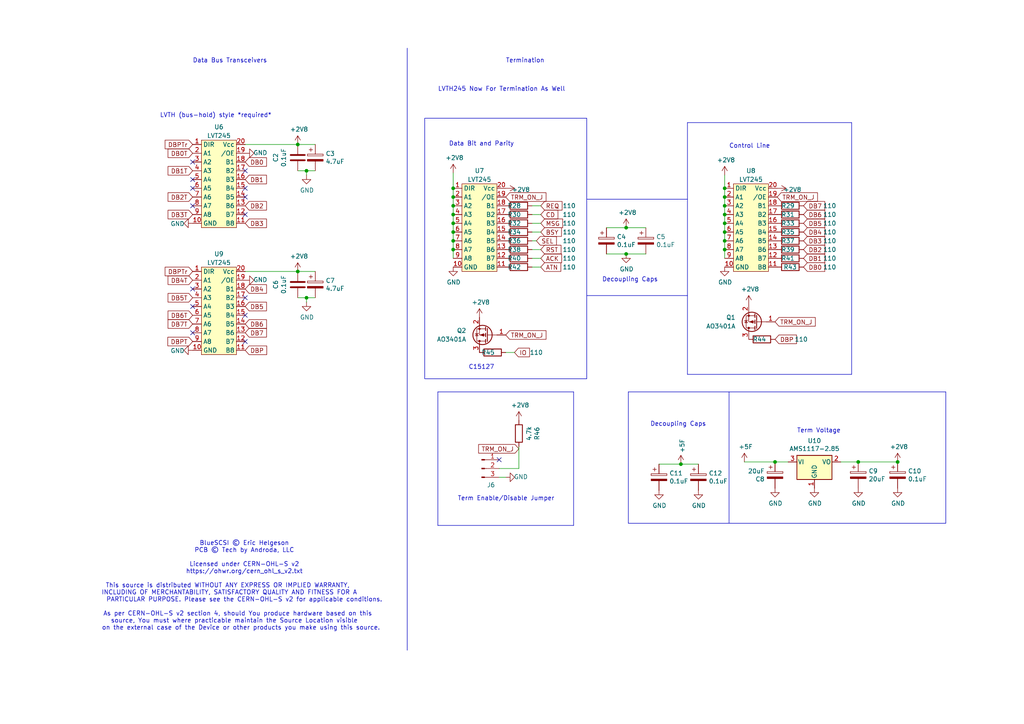
<source format=kicad_sch>
(kicad_sch (version 20231120) (generator "eeschema") (generator_version "8.0")
  (paper "A4")
  (title_block (title "BlueSCSI V2, Desktop 50 Pin, Top Connector, 2023.10a") (date "October 2023") (rev "1") (company "Tech by Androda, LLC"))
  (lib_symbols
    (symbol "Connector:Conn_01x03_Male" (pin_names (offset 1.016) hide)
      (property "Reference" "J" (at 0 5.08 0))
      (property "Value" "Conn_01x03_Male" (at 0 -5.08 0))
      (symbol "Conn_01x03_Male_1_1"
        (polyline (pts (xy 1.27 -2.54) (xy 0.8636 -2.54)) (stroke (width 0.1524)))
        (polyline (pts (xy 1.27 0) (xy 0.8636 0)) (stroke (width 0.1524)))
        (polyline (pts (xy 1.27 2.54) (xy 0.8636 2.54)) (stroke (width 0.1524)))
        (rectangle (start 0.8636 -2.413) (end 0 -2.667) (stroke (width 0.1524)) (fill (type outline)))
        (rectangle (start 0.8636 0.127) (end 0 -0.127) (stroke (width 0.1524)) (fill (type outline)))
        (rectangle (start 0.8636 2.667) (end 0 2.413) (stroke (width 0.1524)) (fill (type outline)))
        (pin passive line (at 5.08 2.54 180) (length 3.81) (name "Pin_1") (number "1"))
        (pin passive line (at 5.08 0 180) (length 3.81) (name "Pin_2") (number "2"))
        (pin passive line (at 5.08 -2.54 180) (length 3.81) (name "Pin_3") (number "3"))
      )
    )
    (symbol "Device:C" (pin_numbers hide) (pin_names (offset 0.254))
      (property "Reference" "C" (at 0.635 2.54 0))
      (property "Value" "C" (at 0.635 -2.54 0))
      (symbol "C_0_1"
        (polyline (pts (xy -2.032 -0.762) (xy 2.032 -0.762)) (stroke (width 0.508)))
        (polyline (pts (xy -2.032 0.762) (xy 2.032 0.762)) (stroke (width 0.508)))
      )
      (symbol "C_1_1"
        (pin passive line (at 0 3.81 270) (length 2.794) (name "~") (number "1"))
        (pin passive line (at 0 -3.81 90) (length 2.794) (name "~") (number "2"))
      )
    )
    (symbol "Device:CP" (pin_numbers hide) (pin_names (offset 0.254))
      (property "Reference" "C" (at 0.635 2.54 0))
      (property "Value" "Device_CP" (at 0.635 -2.54 0))
      (symbol "CP_0_1"
        (rectangle (start -2.286 0.508) (end 2.286 1.016))
        (polyline (pts (xy -1.778 2.286) (xy -0.762 2.286)))
        (polyline (pts (xy -1.27 2.794) (xy -1.27 1.778)))
        (rectangle (start 2.286 -0.508) (end -2.286 -1.016) (fill (type outline)))
      )
      (symbol "CP_1_1"
        (pin passive line (at 0 3.81 270) (length 2.794) (name "~") (number "1"))
        (pin passive line (at 0 -3.81 90) (length 2.794) (name "~") (number "2"))
      )
    )
    (symbol "Device:R" (pin_numbers hide) (pin_names (offset 0))
      (property "Reference" "R" (at 2.032 0 90))
      (property "Value" "R" (at 0 0 90))
      (symbol "R_0_1"
        (rectangle (start -1.016 -2.54) (end 1.016 2.54) (stroke (width 0.254)))
      )
      (symbol "R_1_1"
        (pin passive line (at 0 3.81 270) (length 1.27) (name "~") (number "1"))
        (pin passive line (at 0 -3.81 90) (length 1.27) (name "~") (number "2"))
      )
    )
    (symbol "New_Library:LVT245"
      (property "Reference" "U" (at 0 0 0))
      (property "Value" "LVT245" (at 0 2.54 0))
      (symbol "LVT245_0_1"
        (rectangle (start 5.08 -2.54) (end -5.08 -27.94) (fill (type background)))
      )
      (symbol "LVT245_1_1"
        (pin input line (at -7.62 -3.81 0) (length 2.54) (name "DIR") (number "1"))
        (pin input line (at -7.62 -26.67 0) (length 2.54) (name "GND") (number "10"))
        (pin input line (at 7.62 -26.67 180) (length 2.54) (name "B8") (number "11"))
        (pin input line (at 7.62 -24.13 180) (length 2.54) (name "B7") (number "12"))
        (pin input line (at 7.62 -21.59 180) (length 2.54) (name "B6") (number "13"))
        (pin input line (at 7.62 -19.05 180) (length 2.54) (name "B5") (number "14"))
        (pin input line (at 7.62 -16.51 180) (length 2.54) (name "B4") (number "15"))
        (pin input line (at 7.62 -13.97 180) (length 2.54) (name "B3") (number "16"))
        (pin input line (at 7.62 -11.43 180) (length 2.54) (name "B2") (number "17"))
        (pin input line (at 7.62 -8.89 180) (length 2.54) (name "B1") (number "18"))
        (pin input line (at 7.62 -6.35 180) (length 2.54) (name "/OE") (number "19"))
        (pin input line (at -7.62 -6.35 0) (length 2.54) (name "A1") (number "2"))
        (pin input line (at 7.62 -3.81 180) (length 2.54) (name "Vcc") (number "20"))
        (pin input line (at -7.62 -8.89 0) (length 2.54) (name "A2") (number "3"))
        (pin input line (at -7.62 -11.43 0) (length 2.54) (name "A3") (number "4"))
        (pin input line (at -7.62 -13.97 0) (length 2.54) (name "A4") (number "5"))
        (pin input line (at -7.62 -16.51 0) (length 2.54) (name "A5") (number "6"))
        (pin input line (at -7.62 -19.05 0) (length 2.54) (name "A6") (number "7"))
        (pin input line (at -7.62 -21.59 0) (length 2.54) (name "A7") (number "8"))
        (pin input line (at -7.62 -24.13 0) (length 2.54) (name "A8") (number "9"))
      )
    )
    (symbol "Regulator_Linear:AMS1117CD-2.85" (pin_names (offset 0.254))
      (property "Reference" "U" (at -3.81 3.175 0))
      (property "Value" "AMS1117CD-2.85" (at 0 3.175 0))
      (symbol "AMS1117CD-2.85_0_1"
        (rectangle (start -5.08 -5.08) (end 5.08 1.905) (stroke (width 0.254)) (fill (type background)))
      )
      (symbol "AMS1117CD-2.85_1_1"
        (pin power_in line (at 0 -7.62 90) (length 2.54) (name "GND") (number "1"))
        (pin power_out line (at 7.62 0 180) (length 2.54) (name "VO") (number "2"))
        (pin power_in line (at -7.62 0 0) (length 2.54) (name "VI") (number "3"))
      )
    )
    (symbol "Transistor_FET:AO3401A" (pin_names hide)
      (property "Reference" "Q" (at 5.08 1.905 0))
      (property "Value" "AO3401A" (at 5.08 0 0))
      (symbol "AO3401A_0_1"
        (polyline (pts (xy 0.254 0) (xy -2.54 0)))
        (polyline (pts (xy 0.254 1.905) (xy 0.254 -1.905)) (stroke (width 0.254)))
        (polyline (pts (xy 0.762 -1.27) (xy 0.762 -2.286)) (stroke (width 0.254)))
        (polyline (pts (xy 0.762 0.508) (xy 0.762 -0.508)) (stroke (width 0.254)))
        (polyline (pts (xy 0.762 2.286) (xy 0.762 1.27)) (stroke (width 0.254)))
        (polyline (pts (xy 2.54 2.54) (xy 2.54 1.778)))
        (polyline (pts (xy 2.54 -2.54) (xy 2.54 0) (xy 0.762 0)))
        (polyline (pts (xy 0.762 1.778) (xy 3.302 1.778) (xy 3.302 -1.778) (xy 0.762 -1.778)))
        (polyline (pts (xy 2.286 0) (xy 1.27 0.381) (xy 1.27 -0.381) (xy 2.286 0)) (fill (type outline)))
        (polyline (pts (xy 2.794 -0.508) (xy 2.921 -0.381) (xy 3.683 -0.381) (xy 3.81 -0.254)))
        (polyline (pts (xy 3.302 -0.381) (xy 2.921 0.254) (xy 3.683 0.254) (xy 3.302 -0.381)))
        (circle (center 1.651 0) (radius 2.794) (stroke (width 0.254)))
        (circle (center 2.54 -1.778) (radius 0.254) (fill (type outline)))
        (circle (center 2.54 1.778) (radius 0.254) (fill (type outline)))
      )
      (symbol "AO3401A_1_1"
        (pin input line (at -5.08 0 0) (length 2.54) (name "G") (number "1"))
        (pin passive line (at 2.54 -5.08 90) (length 2.54) (name "S") (number "2"))
        (pin passive line (at 2.54 5.08 270) (length 2.54) (name "D") (number "3"))
      )
    )
    (symbol "power:+2V8" (power) (pin_names (offset 0))
      (property "Value" "+2V8" (at 0 3.556 0))
      (symbol "+2V8_0_1"
        (polyline (pts (xy -0.762 1.27) (xy 0 2.54)))
        (polyline (pts (xy 0 0) (xy 0 2.54)))
        (polyline (pts (xy 0 2.54) (xy 0.762 1.27)))
      )
      (symbol "+2V8_1_1"
        (pin power_in line (at 0 0 90) (length 0) hide (name "+2V8") (number "1"))
      )
    )
    (symbol "power:+5F" (power) (pin_names (offset 0))
      (property "Value" "+5F" (at 0 3.556 0))
      (symbol "+5F_0_1"
        (polyline (pts (xy -0.762 1.27) (xy 0 2.54)))
        (polyline (pts (xy 0 0) (xy 0 2.54)))
        (polyline (pts (xy 0 2.54) (xy 0.762 1.27)))
      )
      (symbol "+5F_1_1"
        (pin power_in line (at 0 0 90) (length 0) hide (name "+5F") (number "1"))
      )
    )
    (symbol "power:GND" (power) (pin_names (offset 0))
      (property "Value" "GND" (at 0 -3.81 0))
      (symbol "GND_0_1"
        (polyline (pts (xy 0 0) (xy 0 -1.27) (xy 1.27 -1.27) (xy 0 -2.54) (xy -1.27 -1.27) (xy 0 -1.27)))
      )
      (symbol "GND_1_1"
        (pin power_in line (at 0 0 270) (length 0) hide (name "GND") (number "1"))
      )
    )
  )
  (junction (at 131.445 69.85))
  (junction (at 131.445 54.61))
  (junction (at 131.445 57.15))
  (junction (at 210.185 64.77))
  (junction (at 210.185 72.39))
  (junction (at 131.445 67.31))
  (junction (at 86.36 78.74))
  (junction (at 131.445 64.77))
  (junction (at 131.445 59.69))
  (junction (at 210.185 57.15))
  (junction (at 210.185 62.23))
  (junction (at 88.9 86.36))
  (junction (at 131.445 62.23))
  (junction (at 88.9 49.53))
  (junction (at 210.185 59.69))
  (junction (at 210.185 69.85))
  (junction (at 224.79 133.985))
  (junction (at 210.185 67.31))
  (junction (at 260.35 133.985))
  (junction (at 131.445 72.39))
  (junction (at 181.61 73.66))
  (junction (at 181.61 66.04))
  (junction (at 210.185 54.61))
  (junction (at 197.485 134.62))
  (junction (at 248.92 133.985))
  (junction (at 86.36 41.91))
  (no_connect (at 55.88 83.82))
  (no_connect (at 55.88 52.07))
  (no_connect (at 55.88 96.52))
  (no_connect (at 55.88 59.69))
  (no_connect (at 71.12 99.06))
  (no_connect (at 71.12 57.15))
  (no_connect (at 144.78 133.35))
  (no_connect (at 55.88 88.9))
  (no_connect (at 71.12 91.44))
  (no_connect (at 71.12 54.61))
  (no_connect (at 71.12 49.53))
  (no_connect (at 55.88 46.99))
  (no_connect (at 55.88 54.61))
  (no_connect (at 71.12 86.36))
  (no_connect (at 71.12 62.23))
  (wire (pts (xy 210.185 64.77) (xy 210.185 67.31)))
  (wire (pts (xy 197.485 134.62) (xy 202.565 134.62)))
  (wire (pts (xy 248.92 133.985) (xy 260.35 133.985)))
  (wire (pts (xy 175.895 73.66) (xy 181.61 73.66)))
  (wire (pts (xy 144.78 135.89) (xy 150.495 135.89)))
  (wire (pts (xy 210.185 67.31) (xy 210.185 69.85)))
  (wire (pts (xy 88.9 86.36) (xy 88.9 87.63)))
  (polyline (pts (xy 170.18 85.725) (xy 199.39 85.725)))
  (wire (pts (xy 243.84 133.985) (xy 248.92 133.985)))
  (wire (pts (xy 210.185 50.8) (xy 210.185 54.61)))
  (wire (pts (xy 210.185 72.39) (xy 210.185 74.93)))
  (polyline (pts (xy 118.11 13.97) (xy 118.11 188.595)))
  (wire (pts (xy 71.12 41.91) (xy 86.36 41.91)))
  (polyline (pts (xy 123.19 34.29) (xy 170.18 34.29)))
  (wire (pts (xy 156.845 67.31) (xy 154.305 67.31)))
  (polyline (pts (xy 182.245 113.665) (xy 182.245 151.765)))
  (polyline (pts (xy 199.39 35.56) (xy 247.015 35.56)))
  (polyline (pts (xy 123.19 109.855) (xy 170.18 109.855)))
  (wire (pts (xy 154.305 72.39) (xy 156.845 72.39)))
  (wire (pts (xy 131.445 64.77) (xy 131.445 67.31)))
  (wire (pts (xy 144.78 138.43) (xy 146.685 138.43)))
  (wire (pts (xy 71.12 78.74) (xy 86.36 78.74)))
  (wire (pts (xy 181.61 73.66) (xy 187.325 73.66)))
  (polyline (pts (xy 170.18 109.855) (xy 170.18 34.29)))
  (wire (pts (xy 154.305 59.69) (xy 156.845 59.69)))
  (wire (pts (xy 131.445 59.69) (xy 131.445 62.23)))
  (wire (pts (xy 86.36 41.91) (xy 91.44 41.91)))
  (wire (pts (xy 131.445 72.39) (xy 131.445 74.93)))
  (polyline (pts (xy 127 113.665) (xy 127 152.4)))
  (wire (pts (xy 154.305 62.23) (xy 156.845 62.23)))
  (polyline (pts (xy 211.455 113.665) (xy 211.455 151.765)))
  (wire (pts (xy 156.845 64.77) (xy 154.305 64.77)))
  (wire (pts (xy 86.36 78.74) (xy 91.44 78.74)))
  (polyline (pts (xy 166.37 152.4) (xy 166.37 113.665)))
  (polyline (pts (xy 170.18 57.785) (xy 199.39 57.785)))
  (wire (pts (xy 88.9 49.53) (xy 88.9 50.8)))
  (wire (pts (xy 210.185 62.23) (xy 210.185 64.77)))
  (wire (pts (xy 131.445 62.23) (xy 131.445 64.77)))
  (wire (pts (xy 131.445 50.165) (xy 131.445 54.61)))
  (wire (pts (xy 210.185 59.69) (xy 210.185 62.23)))
  (wire (pts (xy 210.185 54.61) (xy 210.185 57.15)))
  (polyline (pts (xy 247.015 108.585) (xy 247.015 35.56)))
  (polyline (pts (xy 182.245 113.665) (xy 274.32 113.665)))
  (wire (pts (xy 215.9 133.985) (xy 224.79 133.985)))
  (wire (pts (xy 175.895 66.04) (xy 181.61 66.04)))
  (wire (pts (xy 154.305 77.47) (xy 156.845 77.47)))
  (wire (pts (xy 88.9 49.53) (xy 91.44 49.53)))
  (wire (pts (xy 181.61 66.04) (xy 187.325 66.04)))
  (wire (pts (xy 149.225 102.235) (xy 146.685 102.235)))
  (polyline (pts (xy 274.32 113.665) (xy 274.32 151.765)))
  (wire (pts (xy 156.845 74.93) (xy 154.305 74.93)))
  (wire (pts (xy 131.445 69.85) (xy 131.445 72.39)))
  (polyline (pts (xy 199.39 108.585) (xy 247.015 108.585)))
  (polyline (pts (xy 123.19 34.29) (xy 123.19 109.855)))
  (wire (pts (xy 210.185 57.15) (xy 210.185 59.69)))
  (wire (pts (xy 86.36 49.53) (xy 88.9 49.53)))
  (wire (pts (xy 131.445 54.61) (xy 131.445 57.15)))
  (wire (pts (xy 210.185 69.85) (xy 210.185 72.39)))
  (wire (pts (xy 191.135 134.62) (xy 197.485 134.62)))
  (wire (pts (xy 131.445 57.15) (xy 131.445 59.69)))
  (wire (pts (xy 224.79 133.985) (xy 228.6 133.985)))
  (wire (pts (xy 154.305 69.85) (xy 155.575 69.85)))
  (wire (pts (xy 131.445 67.31) (xy 131.445 69.85)))
  (polyline (pts (xy 127 113.665) (xy 166.37 113.665)))
  (polyline (pts (xy 127 152.4) (xy 166.37 152.4)))
  (polyline (pts (xy 199.39 35.56) (xy 199.39 108.585)))
  (wire (pts (xy 88.9 86.36) (xy 91.44 86.36)))
  (wire (pts (xy 150.495 135.89) (xy 150.495 129.54)))
  (wire (pts (xy 86.36 86.36) (xy 88.9 86.36)))
  (polyline (pts (xy 274.32 151.765) (xy 182.245 151.765)))
  (text "Data Bus Transceivers" (at 55.88 18.415 0) (effects (font (size 1.27 1.27)) (justify left bottom)))
  (text "C15127" (at 135.89 107.315 0) (effects (font (size 1.27 1.27)) (justify left bottom)))
  (text "Control Line" (at 211.455 43.18 0) (effects (font (size 1.27 1.27)) (justify left bottom)))
  (text "Decoupling Caps" (at 188.595 123.825 0) (effects (font (size 1.27 1.27)) (justify left bottom)))
  (text "Data Bit and Parity" (at 130.175 42.545 0) (effects (font (size 1.27 1.27)) (justify left bottom)))
  (text "Termination" (at 146.685 18.415 0) (effects (font (size 1.27 1.27)) (justify left bottom)))
  (text "Term Voltage" (at 231.14 125.73 0) (effects (font (size 1.27 1.27)) (justify left bottom)))
  (text "Term Enable/Disable Jumper" (at 132.715 145.415 0) (effects (font (size 1.27 1.27)) (justify left bottom)))
  (text "Decoupling Caps" (at 174.625 81.915 0) (effects (font (size 1.27 1.27)) (justify left bottom)))
  (text "LVTH245 Now For Termination As Well" (at 127 26.67 0) (effects (font (size 1.27 1.27)) (justify left bottom)))
  (text "LVTH (bus-hold) style *required*" (at 46.355 34.29 0) (effects (font (size 1.27 1.27)) (justify left bottom)))
  (text "BlueSCSI © Eric Helgeson\nPCB © Tech by Androda, LLC\n\nLicensed under CERN-OHL-S v2\nhttps://ohwr.org/cern_ohl_s_v2.txt\n\nThis source is distributed WITHOUT ANY EXPRESS OR IMPLIED WARRANTY,          \nINCLUDING OF MERCHANTABILITY, SATISFACTORY QUALITY AND FITNESS FOR A         \nPARTICULAR PURPOSE. Please see the CERN-OHL-S v2 for applicable conditions.\n\nAs per CERN-OHL-S v2 section 4, should You produce hardware based on this    \nsource, You must where practicable maintain the Source Location visible      \non the external case of the Device or other products you make using this source.  \n" (at 70.866 169.926 0) (effects (font (size 1.27 1.27))))
  (global_label "DB3T" (shape input) (at 55.88 62.23 180) (property "Intersheetrefs" "${INTERSHEET_REFS}" (effects (hide yes))))
  (global_label "TRM_ON_J" (shape input) (at 150.495 130.175 180) (property "Intersheetrefs" "${INTERSHEET_REFS}" (effects (hide yes))))
  (global_label "DB1" (shape input) (at 233.045 74.93 0) (property "Intersheetrefs" "${INTERSHEET_REFS}" (effects (hide yes))))
  (global_label "TRM_ON_J" (shape input) (at 225.425 57.15 0) (property "Intersheetrefs" "${INTERSHEET_REFS}" (effects (hide yes))))
  (global_label "DBPTr" (shape input) (at 55.88 78.74 180) (property "Intersheetrefs" "${INTERSHEET_REFS}" (effects (hide yes))))
  (global_label "DB7" (shape input) (at 71.12 96.52 0) (property "Intersheetrefs" "${INTERSHEET_REFS}" (effects (hide yes))))
  (global_label "DBPTr" (shape input) (at 55.88 41.91 180) (property "Intersheetrefs" "${INTERSHEET_REFS}" (effects (hide yes))))
  (global_label "DB5T" (shape input) (at 55.88 86.36 180) (property "Intersheetrefs" "${INTERSHEET_REFS}" (effects (hide yes))))
  (global_label "DB2" (shape input) (at 71.12 59.69 0) (property "Intersheetrefs" "${INTERSHEET_REFS}" (effects (hide yes))))
  (global_label "CD" (shape input) (at 156.845 62.23 0) (property "Intersheetrefs" "${INTERSHEET_REFS}" (effects (hide yes))))
  (global_label "TRM_ON_J" (shape input) (at 146.685 97.155 0) (property "Intersheetrefs" "${INTERSHEET_REFS}" (effects (hide yes))))
  (global_label "DBP" (shape input) (at 224.79 98.425 0) (property "Intersheetrefs" "${INTERSHEET_REFS}" (effects (hide yes))))
  (global_label "DB6T" (shape input) (at 55.88 91.44 180) (property "Intersheetrefs" "${INTERSHEET_REFS}" (effects (hide yes))))
  (global_label "DB7T" (shape input) (at 55.88 93.98 180) (property "Intersheetrefs" "${INTERSHEET_REFS}" (effects (hide yes))))
  (global_label "DB0T" (shape input) (at 55.88 44.45 180) (property "Intersheetrefs" "${INTERSHEET_REFS}" (effects (hide yes))))
  (global_label "DB0" (shape input) (at 71.12 46.99 0) (property "Intersheetrefs" "${INTERSHEET_REFS}" (effects (hide yes))))
  (global_label "DB7" (shape input) (at 233.045 59.69 0) (property "Intersheetrefs" "${INTERSHEET_REFS}" (effects (hide yes))))
  (global_label "ATN" (shape input) (at 156.845 77.47 0) (property "Intersheetrefs" "${INTERSHEET_REFS}" (effects (hide yes))))
  (global_label "RST" (shape input) (at 156.845 72.39 0) (property "Intersheetrefs" "${INTERSHEET_REFS}" (effects (hide yes))))
  (global_label "DB3" (shape input) (at 71.12 64.77 0) (property "Intersheetrefs" "${INTERSHEET_REFS}" (effects (hide yes))))
  (global_label "DB5" (shape input) (at 71.12 88.9 0) (property "Intersheetrefs" "${INTERSHEET_REFS}" (effects (hide yes))))
  (global_label "TRM_ON_J" (shape input) (at 224.79 93.345 0) (property "Intersheetrefs" "${INTERSHEET_REFS}" (effects (hide yes))))
  (global_label "ACK" (shape input) (at 156.845 74.93 0) (property "Intersheetrefs" "${INTERSHEET_REFS}" (effects (hide yes))))
  (global_label "DB2T" (shape input) (at 55.88 57.15 180) (property "Intersheetrefs" "${INTERSHEET_REFS}" (effects (hide yes))))
  (global_label "MSG" (shape input) (at 156.845 64.77 0) (property "Intersheetrefs" "${INTERSHEET_REFS}" (effects (hide yes))))
  (global_label "REQ" (shape input) (at 156.845 59.69 0) (property "Intersheetrefs" "${INTERSHEET_REFS}" (effects (hide yes))))
  (global_label "IO" (shape input) (at 149.225 102.235 0) (property "Intersheetrefs" "${INTERSHEET_REFS}" (effects (hide yes))))
  (global_label "DB5" (shape input) (at 233.045 64.77 0) (property "Intersheetrefs" "${INTERSHEET_REFS}" (effects (hide yes))))
  (global_label "DB0" (shape input) (at 233.045 77.47 0) (property "Intersheetrefs" "${INTERSHEET_REFS}" (effects (hide yes))))
  (global_label "DB1T" (shape input) (at 55.88 49.53 180) (property "Intersheetrefs" "${INTERSHEET_REFS}" (effects (hide yes))))
  (global_label "DB6" (shape input) (at 233.045 62.23 0) (property "Intersheetrefs" "${INTERSHEET_REFS}" (effects (hide yes))))
  (global_label "DB3" (shape input) (at 233.045 69.85 0) (property "Intersheetrefs" "${INTERSHEET_REFS}" (effects (hide yes))))
  (global_label "DBPT" (shape input) (at 55.88 99.06 180) (property "Intersheetrefs" "${INTERSHEET_REFS}" (effects (hide yes))))
  (global_label "TRM_ON_J" (shape input) (at 146.685 57.15 0) (property "Intersheetrefs" "${INTERSHEET_REFS}" (effects (hide yes))))
  (global_label "SEL" (shape input) (at 155.575 69.85 0) (property "Intersheetrefs" "${INTERSHEET_REFS}" (effects (hide yes))))
  (global_label "DB4" (shape input) (at 71.12 83.82 0) (property "Intersheetrefs" "${INTERSHEET_REFS}" (effects (hide yes))))
  (global_label "DB2" (shape input) (at 233.045 72.39 0) (property "Intersheetrefs" "${INTERSHEET_REFS}" (effects (hide yes))))
  (global_label "DB6" (shape input) (at 71.12 93.98 0) (property "Intersheetrefs" "${INTERSHEET_REFS}" (effects (hide yes))))
  (global_label "BSY" (shape input) (at 156.845 67.31 0) (property "Intersheetrefs" "${INTERSHEET_REFS}" (effects (hide yes))))
  (global_label "DB4T" (shape input) (at 55.88 81.28 180) (property "Intersheetrefs" "${INTERSHEET_REFS}" (effects (hide yes))))
  (global_label "DBP" (shape input) (at 71.12 101.6 0) (property "Intersheetrefs" "${INTERSHEET_REFS}" (effects (hide yes))))
  (global_label "DB4" (shape input) (at 233.045 67.31 0) (property "Intersheetrefs" "${INTERSHEET_REFS}" (effects (hide yes))))
  (global_label "DB1" (shape input) (at 71.12 52.07 0) (property "Intersheetrefs" "${INTERSHEET_REFS}" (effects (hide yes))))
  (symbol (lib_id "Device:CP") (at 260.35 137.795 0) (unit 1)
    (property "Reference" "C10" (at 263.3472 136.6266 0) (effects (justify left)))
    (property "Value" "0.1uF" (at 263.3472 138.938 0) (effects (justify left)))
    (property "Footprint" "Capacitor_SMD:C_0805_2012Metric" (effects (hide yes)))
  )
  (symbol (lib_id "power:GND") (at 146.685 138.43 90) (unit 1)
    (property "Reference" "#PWR065" (effects (hide yes)))
    (property "Value" "GND" (at 151.0792 138.303 90))
  )
  (symbol (lib_id "New_Library:LVT245") (at 217.805 50.8 0) (unit 1)
    (property "Reference" "U8" (at 217.805 49.53 0))
    (property "Value" "LVT245" (at 217.805 52.07 0))
    (property "Footprint" "Package_SO:TSSOP-20_4.4x6.5mm_P0.65mm" (effects (hide yes)))
    (property "LCSC" "C74214" (effects (hide yes)))
  )
  (symbol (lib_id "New_Library:LVT245") (at 139.065 50.8 0) (unit 1)
    (property "Reference" "U7" (at 139.065 49.53 0))
    (property "Value" "LVT245" (at 139.065 52.07 0))
    (property "Footprint" "Package_SO:TSSOP-20_4.4x6.5mm_P0.65mm" (effects (hide yes)))
    (property "LCSC" "C74214" (effects (hide yes)))
  )
  (symbol (lib_id "power:GND") (at 181.61 73.66 0) (unit 1)
    (property "Reference" "#PWR052" (effects (hide yes)))
    (property "Value" "GND" (at 181.737 78.0542 0))
  )
  (symbol (lib_id "power:+2V8") (at 225.425 54.61 270) (unit 1)
    (property "Reference" "#PWR048" (effects (hide yes)))
    (property "Value" "+2V8" (at 229.8192 54.991 90))
  )
  (symbol (lib_id "New_Library:LVT245") (at 63.5 38.1 0) (unit 1)
    (property "Reference" "U6" (at 63.5 36.83 0))
    (property "Value" "LVT245" (at 63.5 39.37 0))
    (property "Footprint" "Package_SO:TSSOP-20_4.4x6.5mm_P0.65mm" (effects (hide yes)))
    (property "LCSC" "C74214" (effects (hide yes)))
  )
  (symbol (lib_id "Device:C") (at 86.36 45.72 0) (unit 1)
    (property "Reference" "C2" (at 79.9592 45.72 90))
    (property "Value" "0.1uF" (at 82.2706 45.72 90))
    (property "Footprint" "Capacitor_SMD:C_0805_2012Metric" (effects (hide yes)))
  )
  (symbol (lib_id "Device:CP") (at 191.135 138.43 0) (unit 1)
    (property "Reference" "C11" (at 194.1322 137.2616 0) (effects (justify left)))
    (property "Value" "0.1uF" (at 194.1322 139.573 0) (effects (justify left)))
    (property "Footprint" "Capacitor_SMD:C_0805_2012Metric" (effects (hide yes)))
  )
  (symbol (lib_id "Device:R") (at 229.235 69.85 90) (mirror x) (unit 1)
    (property "Reference" "R37" (at 230.505 69.85 90) (effects (justify left)))
    (property "Value" "110" (at 242.57 69.85 90) (effects (justify left)))
    (property "Footprint" "Resistor_SMD:R_0603_1608Metric" (effects (hide yes)))
    (property "LCSC" "C22781" (effects (hide yes)))
  )
  (symbol (lib_id "power:+2V8") (at 150.495 121.92 0) (unit 1)
    (property "Reference" "#PWR061" (effects (hide yes)))
    (property "Value" "+2V8" (at 150.876 117.5258 0))
  )
  (symbol (lib_id "power:+5F") (at 197.485 134.62 0) (unit 1)
    (property "Reference" "#PWR064" (effects (hide yes)))
    (property "Value" "+5F" (at 197.866 131.3688 90) (effects (justify left)))
  )
  (symbol (lib_id "Regulator_Linear:AMS1117CD-2.85") (at 236.22 133.985 0) (unit 1)
    (property "Reference" "U10" (at 236.22 127.8382 0))
    (property "Value" "AMS1117-2.85" (at 236.22 130.1496 0))
    (property "Footprint" "Package_TO_SOT_SMD:SOT-223-3_TabPin2" (effects (hide yes)))
    (property "Datasheet" "http://www.advanced-monolithic.com/pdf/ds1117.pdf" (effects (hide yes)))
    (property "LCSC" "C14791" (effects (hide yes)))
  )
  (symbol (lib_id "power:GND") (at 191.135 142.24 0) (unit 1)
    (property "Reference" "#PWR070" (effects (hide yes)))
    (property "Value" "GND" (at 191.262 146.6342 0))
  )
  (symbol (lib_id "Transistor_FET:AO3401A") (at 141.605 97.155 180) (unit 1)
    (property "Reference" "Q2" (at 135.255 95.8849 0) (effects (justify left)))
    (property "Value" "AO3401A" (at 135.255 98.4249 0) (effects (justify left)))
    (property "Footprint" "Package_TO_SOT_SMD:SOT-23" (effects (hide yes)))
    (property "Datasheet" "http://www.aosmd.com/pdfs/datasheet/AO3401A.pdf" (effects (hide yes)))
  )
  (symbol (lib_id "power:GND") (at 55.88 101.6 270) (unit 1)
    (property "Reference" "#PWR060" (effects (hide yes)))
    (property "Value" "GND" (at 51.4858 101.727 90))
  )
  (symbol (lib_id "power:GND") (at 224.79 141.605 0) (unit 1)
    (property "Reference" "#PWR066" (effects (hide yes)))
    (property "Value" "GND" (at 224.917 145.9992 0))
  )
  (symbol (lib_id "power:GND") (at 88.9 50.8 0) (unit 1)
    (property "Reference" "#PWR049" (effects (hide yes)))
    (property "Value" "GND" (at 89.027 55.1942 0))
  )
  (symbol (lib_id "Device:CP") (at 224.79 137.795 0) (unit 1)
    (property "Reference" "C8" (at 221.7928 138.9634 0) (effects (justify right)))
    (property "Value" "20uF" (at 221.7928 136.652 0) (effects (justify right)))
    (property "Footprint" "Capacitor_SMD:C_1206_3216Metric" (effects (hide yes)))
  )
  (symbol (lib_id "power:GND") (at 248.92 141.605 0) (unit 1)
    (property "Reference" "#PWR068" (effects (hide yes)))
    (property "Value" "GND" (at 249.047 145.9992 0))
  )
  (symbol (lib_id "Device:R") (at 229.235 59.69 90) (unit 1)
    (property "Reference" "R29" (at 230.505 59.69 90) (effects (justify left)))
    (property "Value" "110" (at 242.57 59.69 90) (effects (justify left)))
    (property "Footprint" "Resistor_SMD:R_0603_1608Metric" (effects (hide yes)))
    (property "LCSC" "C22781" (effects (hide yes)))
  )
  (symbol (lib_id "Device:R") (at 150.495 77.47 90) (unit 1)
    (property "Reference" "R42" (at 151.13 77.47 90) (effects (justify left)))
    (property "Value" "110" (at 167.005 77.47 90) (effects (justify left)))
    (property "Footprint" "Resistor_SMD:R_0603_1608Metric" (effects (hide yes)))
    (property "LCSC" "C22781" (effects (hide yes)))
  )
  (symbol (lib_id "Device:R") (at 150.495 69.85 90) (mirror x) (unit 1)
    (property "Reference" "R36" (at 151.13 69.85 90) (effects (justify left)))
    (property "Value" "110" (at 167.005 69.85 90) (effects (justify left)))
    (property "Footprint" "Resistor_SMD:R_0603_1608Metric" (effects (hide yes)))
    (property "LCSC" "C22781" (effects (hide yes)))
  )
  (symbol (lib_id "power:GND") (at 236.22 141.605 0) (unit 1)
    (property "Reference" "#PWR067" (effects (hide yes)))
    (property "Value" "GND" (at 236.347 145.9992 0))
  )
  (symbol (lib_id "power:+5F") (at 215.9 133.985 0) (unit 1)
    (property "Reference" "#PWR062" (effects (hide yes)))
    (property "Value" "+5F" (at 216.281 129.5908 0))
  )
  (symbol (lib_id "Device:CP") (at 202.565 138.43 0) (unit 1)
    (property "Reference" "C12" (at 205.5622 137.2616 0) (effects (justify left)))
    (property "Value" "0.1uF" (at 205.5622 139.573 0) (effects (justify left)))
    (property "Footprint" "Capacitor_SMD:C_0805_2012Metric" (effects (hide yes)))
  )
  (symbol (lib_id "power:GND") (at 88.9 87.63 0) (unit 1)
    (property "Reference" "#PWR058" (effects (hide yes)))
    (property "Value" "GND" (at 89.027 92.0242 0))
  )
  (symbol (lib_id "Device:R") (at 150.495 125.73 180) (unit 1)
    (property "Reference" "R46" (at 155.7528 125.73 90))
    (property "Value" "4.7k" (at 153.4414 125.73 90))
    (property "Footprint" "Resistor_SMD:R_0603_1608Metric" (effects (hide yes)))
  )
  (symbol (lib_id "power:GND") (at 131.445 77.47 0) (unit 1)
    (property "Reference" "#PWR053" (effects (hide yes)))
    (property "Value" "GND" (at 131.572 81.8642 0))
  )
  (symbol (lib_id "power:+2V8") (at 139.065 92.075 0) (unit 1)
    (property "Reference" "#PWR059" (effects (hide yes)))
    (property "Value" "+2V8" (at 139.446 87.6808 0))
  )
  (symbol (lib_id "power:+2V8") (at 131.445 50.165 0) (unit 1)
    (property "Reference" "#PWR044" (effects (hide yes)))
    (property "Value" "+2V8" (at 131.826 45.7708 0))
  )
  (symbol (lib_id "Device:CP") (at 91.44 45.72 0) (unit 1)
    (property "Reference" "C3" (at 94.4372 44.5516 0) (effects (justify left)))
    (property "Value" "4.7uF" (at 94.4372 46.863 0) (effects (justify left)))
    (property "Footprint" "Capacitor_SMD:C_0805_2012Metric" (effects (hide yes)))
  )
  (symbol (lib_id "Device:R") (at 150.495 74.93 90) (unit 1)
    (property "Reference" "R40" (at 151.13 74.93 90) (effects (justify left)))
    (property "Value" "110" (at 167.005 74.93 90) (effects (justify left)))
    (property "Footprint" "Resistor_SMD:R_0603_1608Metric" (effects (hide yes)))
    (property "LCSC" "C22781" (effects (hide yes)))
  )
  (symbol (lib_id "power:GND") (at 210.185 77.47 0) (unit 1)
    (property "Reference" "#PWR054" (effects (hide yes)))
    (property "Value" "GND" (at 210.312 81.8642 0))
  )
  (symbol (lib_id "power:+2V8") (at 86.36 78.74 0) (unit 1)
    (property "Reference" "#PWR055" (effects (hide yes)))
    (property "Value" "+2V8" (at 86.741 74.3458 0))
  )
  (symbol (lib_id "Device:R") (at 229.235 62.23 90) (unit 1)
    (property "Reference" "R31" (at 230.505 62.23 90) (effects (justify left)))
    (property "Value" "110" (at 242.57 62.23 90) (effects (justify left)))
    (property "Footprint" "Resistor_SMD:R_0603_1608Metric" (effects (hide yes)))
    (property "LCSC" "C22781" (effects (hide yes)))
  )
  (symbol (lib_id "power:+2V8") (at 210.185 50.8 0) (unit 1)
    (property "Reference" "#PWR046" (effects (hide yes)))
    (property "Value" "+2V8" (at 210.566 46.4058 0))
  )
  (symbol (lib_id "Device:CP") (at 175.895 69.85 0) (unit 1)
    (property "Reference" "C4" (at 178.8922 68.6816 0) (effects (justify left)))
    (property "Value" "0.1uF" (at 178.8922 70.993 0) (effects (justify left)))
    (property "Footprint" "Capacitor_SMD:C_0805_2012Metric" (effects (hide yes)))
  )
  (symbol (lib_id "Transistor_FET:AO3401A") (at 219.71 93.345 180) (unit 1)
    (property "Reference" "Q1" (at 213.36 92.0749 0) (effects (justify left)))
    (property "Value" "AO3401A" (at 213.36 94.6149 0) (effects (justify left)))
    (property "Footprint" "Package_TO_SOT_SMD:SOT-23" (effects (hide yes)))
    (property "Datasheet" "http://www.aosmd.com/pdfs/datasheet/AO3401A.pdf" (effects (hide yes)))
  )
  (symbol (lib_id "power:+2V8") (at 217.17 88.265 0) (unit 1)
    (property "Reference" "#PWR057" (effects (hide yes)))
    (property "Value" "+2V8" (at 217.551 83.8708 0))
  )
  (symbol (lib_id "Device:R") (at 142.875 102.235 90) (unit 1)
    (property "Reference" "R45" (at 143.51 102.235 90) (effects (justify left)))
    (property "Value" "110" (at 157.48 102.235 90) (effects (justify left)))
    (property "Footprint" "Resistor_SMD:R_0603_1608Metric" (effects (hide yes)))
    (property "LCSC" "C22781" (effects (hide yes)))
  )
  (symbol (lib_id "Device:CP") (at 187.325 69.85 0) (unit 1)
    (property "Reference" "C5" (at 190.3222 68.6816 0) (effects (justify left)))
    (property "Value" "0.1uF" (at 190.3222 70.993 0) (effects (justify left)))
    (property "Footprint" "Capacitor_SMD:C_0805_2012Metric" (effects (hide yes)))
  )
  (symbol (lib_id "Device:R") (at 229.235 72.39 90) (mirror x) (unit 1)
    (property "Reference" "R39" (at 230.505 72.39 90) (effects (justify left)))
    (property "Value" "110" (at 242.57 72.39 90) (effects (justify left)))
    (property "Footprint" "Resistor_SMD:R_0603_1608Metric" (effects (hide yes)))
    (property "LCSC" "C22781" (effects (hide yes)))
  )
  (symbol (lib_id "Device:R") (at 150.495 64.77 90) (unit 1)
    (property "Reference" "R32" (at 151.13 64.77 90) (effects (justify left)))
    (property "Value" "110" (at 167.005 64.77 90) (effects (justify left)))
    (property "Footprint" "Resistor_SMD:R_0603_1608Metric" (effects (hide yes)))
    (property "LCSC" "C22781" (effects (hide yes)))
  )
  (symbol (lib_id "power:GND") (at 202.565 142.24 0) (unit 1)
    (property "Reference" "#PWR071" (effects (hide yes)))
    (property "Value" "GND" (at 202.692 146.6342 0))
  )
  (symbol (lib_id "power:+2V8") (at 260.35 133.985 0) (unit 1)
    (property "Reference" "#PWR063" (effects (hide yes)))
    (property "Value" "+2V8" (at 260.731 129.5908 0))
  )
  (symbol (lib_id "Device:R") (at 150.495 59.69 90) (unit 1)
    (property "Reference" "R28" (at 151.13 59.69 90) (effects (justify left)))
    (property "Value" "110" (at 167.005 59.69 90) (effects (justify left)))
    (property "Footprint" "Resistor_SMD:R_0603_1608Metric" (effects (hide yes)))
    (property "LCSC" "C22781" (effects (hide yes)))
  )
  (symbol (lib_id "power:GND") (at 260.35 141.605 0) (unit 1)
    (property "Reference" "#PWR069" (effects (hide yes)))
    (property "Value" "GND" (at 260.477 145.9992 0))
  )
  (symbol (lib_id "power:GND") (at 71.12 81.28 90) (unit 1)
    (property "Reference" "#PWR056" (effects (hide yes)))
    (property "Value" "GND" (at 75.5142 81.153 90))
  )
  (symbol (lib_id "Device:R") (at 220.98 98.425 90) (unit 1)
    (property "Reference" "R44" (at 222.25 98.425 90) (effects (justify left)))
    (property "Value" "110" (at 234.315 98.425 90) (effects (justify left)))
    (property "Footprint" "Resistor_SMD:R_0603_1608Metric" (effects (hide yes)))
    (property "LCSC" "C22781" (effects (hide yes)))
  )
  (symbol (lib_id "Device:R") (at 150.495 62.23 90) (unit 1)
    (property "Reference" "R30" (at 151.13 62.23 90) (effects (justify left)))
    (property "Value" "110" (at 167.005 62.23 90) (effects (justify left)))
    (property "Footprint" "Resistor_SMD:R_0603_1608Metric" (effects (hide yes)))
    (property "LCSC" "C22781" (effects (hide yes)))
  )
  (symbol (lib_id "Device:CP") (at 91.44 82.55 0) (unit 1)
    (property "Reference" "C7" (at 94.4372 81.3816 0) (effects (justify left)))
    (property "Value" "4.7uF" (at 94.4372 83.693 0) (effects (justify left)))
    (property "Footprint" "Capacitor_SMD:C_0805_2012Metric" (effects (hide yes)))
  )
  (symbol (lib_id "Device:C") (at 86.36 82.55 0) (unit 1)
    (property "Reference" "C6" (at 79.9592 82.55 90))
    (property "Value" "0.1uF" (at 82.2706 82.55 90))
    (property "Footprint" "Capacitor_SMD:C_0805_2012Metric" (effects (hide yes)))
  )
  (symbol (lib_id "Device:R") (at 229.235 74.93 90) (mirror x) (unit 1)
    (property "Reference" "R41" (at 230.505 74.93 90) (effects (justify left)))
    (property "Value" "110" (at 242.57 74.93 90) (effects (justify left)))
    (property "Footprint" "Resistor_SMD:R_0603_1608Metric" (effects (hide yes)))
    (property "LCSC" "C22781" (effects (hide yes)))
  )
  (symbol (lib_id "Device:R") (at 229.235 77.47 90) (mirror x) (unit 1)
    (property "Reference" "R43" (at 231.14 77.47 90) (effects (justify left)))
    (property "Value" "110" (at 242.57 77.47 90) (effects (justify left)))
    (property "Footprint" "Resistor_SMD:R_0603_1608Metric" (effects (hide yes)))
    (property "LCSC" "C22781" (effects (hide yes)))
  )
  (symbol (lib_id "New_Library:LVT245") (at 63.5 74.93 0) (unit 1)
    (property "Reference" "U9" (at 63.5 73.66 0))
    (property "Value" "LVT245" (at 63.5 76.2 0))
    (property "Footprint" "Package_SO:TSSOP-20_4.4x6.5mm_P0.65mm" (effects (hide yes)))
    (property "LCSC" "C74214" (effects (hide yes)))
  )
  (symbol (lib_id "power:GND") (at 71.12 44.45 90) (unit 1)
    (property "Reference" "#PWR045" (effects (hide yes)))
    (property "Value" "GND" (at 75.5142 44.323 90))
  )
  (symbol (lib_id "power:+2V8") (at 146.685 54.61 270) (unit 1)
    (property "Reference" "#PWR047" (effects (hide yes)))
    (property "Value" "+2V8" (at 151.0792 54.991 90))
  )
  (symbol (lib_id "power:+2V8") (at 181.61 66.04 0) (unit 1)
    (property "Reference" "#PWR050" (effects (hide yes)))
    (property "Value" "+2V8" (at 181.991 61.6458 0))
  )
  (symbol (lib_id "Device:R") (at 229.235 67.31 90) (unit 1)
    (property "Reference" "R35" (at 230.505 67.31 90) (effects (justify left)))
    (property "Value" "110" (at 242.57 67.31 90) (effects (justify left)))
    (property "Footprint" "Resistor_SMD:R_0603_1608Metric" (effects (hide yes)))
    (property "LCSC" "C22781" (effects (hide yes)))
  )
  (symbol (lib_id "Connector:Conn_01x03_Male") (at 139.7 135.89 0) (unit 1)
    (property "Reference" "J6" (at 143.6116 140.6652 0) (effects (justify right)))
    (property "Value" "Conn_01x03_Male" (effects (hide yes)))
    (property "Footprint" "Jumper:SolderJumper-3_P1.3mm_Open_RoundedPad1.0x1.5mm" (effects (hide yes)))
  )
  (symbol (lib_id "Device:R") (at 229.235 64.77 90) (unit 1)
    (property "Reference" "R33" (at 230.505 64.77 90) (effects (justify left)))
    (property "Value" "110" (at 242.57 64.77 90) (effects (justify left)))
    (property "Footprint" "Resistor_SMD:R_0603_1608Metric" (effects (hide yes)))
    (property "LCSC" "C22781" (effects (hide yes)))
  )
  (symbol (lib_id "Device:CP") (at 248.92 137.795 0) (unit 1)
    (property "Reference" "C9" (at 251.9172 136.6266 0) (effects (justify left)))
    (property "Value" "20uF" (at 251.9172 138.938 0) (effects (justify left)))
    (property "Footprint" "Capacitor_SMD:C_1206_3216Metric" (effects (hide yes)))
  )
  (symbol (lib_id "Device:R") (at 150.495 67.31 90) (unit 1)
    (property "Reference" "R34" (at 151.13 67.31 90) (effects (justify left)))
    (property "Value" "110" (at 167.005 67.31 90) (effects (justify left)))
    (property "Footprint" "Resistor_SMD:R_0603_1608Metric" (effects (hide yes)))
    (property "LCSC" "C22781" (effects (hide yes)))
  )
  (symbol (lib_id "Device:R") (at 150.495 72.39 90) (mirror x) (unit 1)
    (property "Reference" "R38" (at 151.13 72.39 90) (effects (justify left)))
    (property "Value" "110" (at 167.005 72.39 90) (effects (justify left)))
    (property "Footprint" "Resistor_SMD:R_0603_1608Metric" (effects (hide yes)))
    (property "LCSC" "C22781" (effects (hide yes)))
  )
  (symbol (lib_id "power:+2V8") (at 86.36 41.91 0) (unit 1)
    (property "Reference" "#PWR043" (effects (hide yes)))
    (property "Value" "+2V8" (at 86.741 37.5158 0))
  )
  (symbol (lib_id "power:GND") (at 55.88 64.77 270) (unit 1)
    (property "Reference" "#PWR051" (effects (hide yes)))
    (property "Value" "GND" (at 51.4858 64.897 90))
  )
)
</source>
